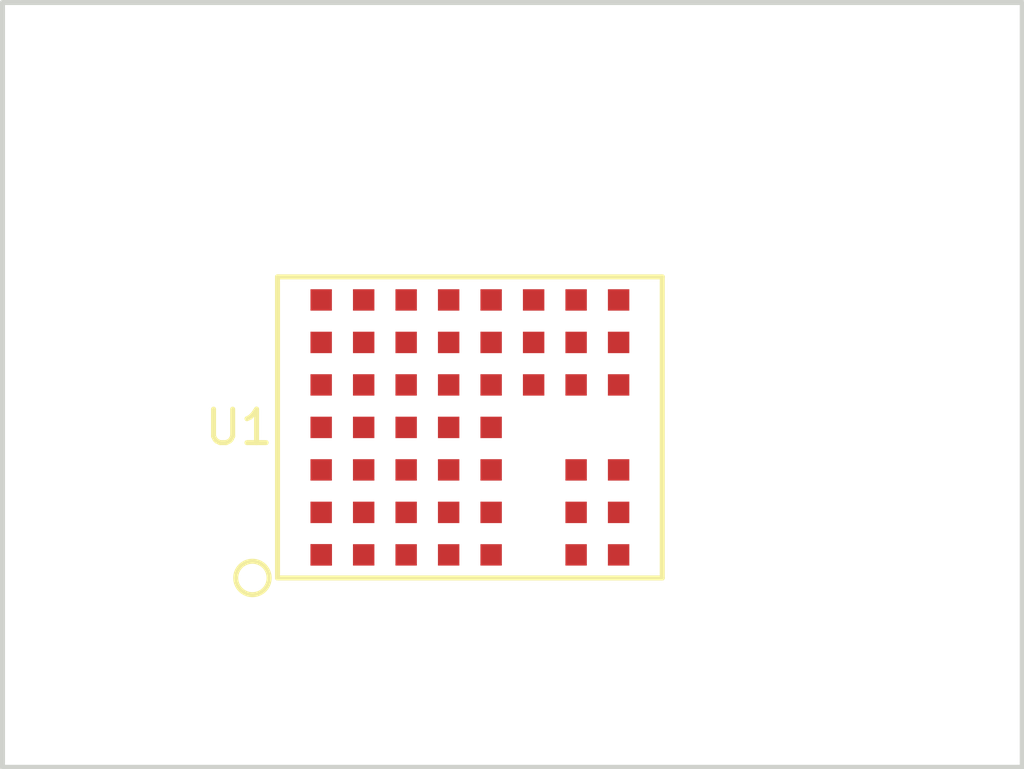
<source format=kicad_pcb>
(kicad_pcb (version 4) (host pcbnew 4.0.7)

  (general
    (links 0)
    (no_connects 0)
    (area 15.164999 17.704999 45.795001 40.715001)
    (thickness 1.6)
    (drawings 4)
    (tracks 0)
    (zones 0)
    (modules 1)
    (nets 1)
  )

  (page A4)
  (layers
    (0 F.Cu signal)
    (31 B.Cu signal)
    (32 B.Adhes user)
    (33 F.Adhes user)
    (34 B.Paste user)
    (35 F.Paste user)
    (36 B.SilkS user)
    (37 F.SilkS user)
    (38 B.Mask user)
    (39 F.Mask user)
    (40 Dwgs.User user)
    (41 Cmts.User user)
    (42 Eco1.User user)
    (43 Eco2.User user)
    (44 Edge.Cuts user)
    (45 Margin user)
    (46 B.CrtYd user)
    (47 F.CrtYd user)
    (48 B.Fab user)
    (49 F.Fab user)
  )

  (setup
    (last_trace_width 0.25)
    (trace_clearance 0.2)
    (zone_clearance 0.508)
    (zone_45_only no)
    (trace_min 0.2)
    (segment_width 0.2)
    (edge_width 0.15)
    (via_size 0.6)
    (via_drill 0.4)
    (via_min_size 0.4)
    (via_min_drill 0.3)
    (uvia_size 0.3)
    (uvia_drill 0.1)
    (uvias_allowed no)
    (uvia_min_size 0.2)
    (uvia_min_drill 0.1)
    (pcb_text_width 0.3)
    (pcb_text_size 1.5 1.5)
    (mod_edge_width 0.15)
    (mod_text_size 1 1)
    (mod_text_width 0.15)
    (pad_size 1.524 1.524)
    (pad_drill 0.762)
    (pad_to_mask_clearance 0.2)
    (aux_axis_origin 0 0)
    (visible_elements FFFFFF7F)
    (pcbplotparams
      (layerselection 0x00008_00000000)
      (usegerberextensions false)
      (excludeedgelayer true)
      (linewidth 0.100000)
      (plotframeref false)
      (viasonmask false)
      (mode 1)
      (useauxorigin false)
      (hpglpennumber 1)
      (hpglpenspeed 20)
      (hpglpendiameter 15)
      (hpglpenoverlay 2)
      (psnegative false)
      (psa4output false)
      (plotreference true)
      (plotvalue true)
      (plotinvisibletext false)
      (padsonsilk false)
      (subtractmaskfromsilk false)
      (outputformat 1)
      (mirror false)
      (drillshape 0)
      (scaleselection 1)
      (outputdirectory ""))
  )

  (net 0 "")

  (net_class Default "This is the default net class."
    (clearance 0.2)
    (trace_width 0.25)
    (via_dia 0.6)
    (via_drill 0.4)
    (uvia_dia 0.3)
    (uvia_drill 0.1)
  )

  (module "LTM8022 repair stencil:LGA-50" (layer F.Cu) (tedit 59A6D994) (tstamp 5AA1C020)
    (at 29.21 30.48)
    (fp_text reference U1 (at -6.9 0) (layer F.SilkS)
      (effects (font (size 1 1) (thickness 0.15)))
    )
    (fp_text value LTM8022 (at -8.9 -1.5) (layer F.Fab)
      (effects (font (size 1 1) (thickness 0.15)))
    )
    (fp_circle (center -6.5 4.5) (end -7 4.5) (layer F.SilkS) (width 0.15))
    (fp_line (start -5.75 -4.5) (end 5.75 -4.5) (layer F.SilkS) (width 0.15))
    (fp_line (start 5.75 -4.5) (end 5.75 4.5) (layer F.SilkS) (width 0.15))
    (fp_line (start 5.75 4.5) (end -5.75 4.5) (layer F.SilkS) (width 0.15))
    (fp_line (start -5.75 4.5) (end -5.75 -4.5) (layer F.SilkS) (width 0.15))
    (pad H7 smd rect (at 4.445 -3.81) (size 0.64 0.64) (layers F.Cu F.Paste F.Mask))
    (pad G7 smd rect (at 3.175 -3.81) (size 0.64 0.64) (layers F.Cu F.Paste F.Mask))
    (pad F7 smd rect (at 1.905 -3.81) (size 0.64 0.64) (layers F.Cu F.Paste F.Mask))
    (pad E1 smd rect (at 0.635 -3.81) (size 0.64 0.64) (layers F.Cu F.Paste F.Mask))
    (pad E1 smd rect (at -0.635 -3.81) (size 0.64 0.64) (layers F.Cu F.Paste F.Mask))
    (pad E1 smd rect (at -1.905 -3.81) (size 0.64 0.64) (layers F.Cu F.Paste F.Mask))
    (pad E1 smd rect (at -3.175 -3.81) (size 0.64 0.64) (layers F.Cu F.Paste F.Mask))
    (pad E1 smd rect (at -4.445 -3.81) (size 0.64 0.64) (layers F.Cu F.Paste F.Mask))
    (pad H6 smd rect (at 4.445 -2.54) (size 0.64 0.64) (layers F.Cu F.Paste F.Mask))
    (pad G6 smd rect (at 3.175 -2.54) (size 0.64 0.64) (layers F.Cu F.Paste F.Mask))
    (pad E1 smd rect (at 1.905 -2.54) (size 0.64 0.64) (layers F.Cu F.Paste F.Mask))
    (pad E1 smd rect (at 0.635 -2.54) (size 0.64 0.64) (layers F.Cu F.Paste F.Mask))
    (pad E1 smd rect (at -0.635 -2.54) (size 0.64 0.64) (layers F.Cu F.Paste F.Mask))
    (pad E1 smd rect (at -1.905 -2.54) (size 0.64 0.64) (layers F.Cu F.Paste F.Mask))
    (pad E1 smd rect (at -3.175 -2.54) (size 0.64 0.64) (layers F.Cu F.Paste F.Mask))
    (pad E1 smd rect (at -4.445 -2.54) (size 0.64 0.64) (layers F.Cu F.Paste F.Mask))
    (pad H5 smd rect (at 4.445 -1.27) (size 0.64 0.64) (layers F.Cu F.Paste F.Mask))
    (pad G5 smd rect (at 3.175 -1.27) (size 0.64 0.64) (layers F.Cu F.Paste F.Mask))
    (pad F5 smd rect (at 1.905 -1.27) (size 0.64 0.64) (layers F.Cu F.Paste F.Mask))
    (pad E1 smd rect (at 0.635 -1.27) (size 0.64 0.64) (layers F.Cu F.Paste F.Mask))
    (pad E1 smd rect (at -0.635 -1.27) (size 0.64 0.64) (layers F.Cu F.Paste F.Mask))
    (pad E1 smd rect (at -1.905 -1.27) (size 0.64 0.64) (layers F.Cu F.Paste F.Mask))
    (pad E1 smd rect (at -3.175 -1.27) (size 0.64 0.64) (layers F.Cu F.Paste F.Mask))
    (pad E1 smd rect (at -4.445 -1.27) (size 0.64 0.64) (layers F.Cu F.Paste F.Mask))
    (pad E1 smd rect (at 0.635 0) (size 0.64 0.64) (layers F.Cu F.Paste F.Mask))
    (pad E1 smd rect (at -0.635 0) (size 0.64 0.64) (layers F.Cu F.Paste F.Mask))
    (pad A1 smd rect (at -1.905 0) (size 0.64 0.64) (layers F.Cu F.Paste F.Mask))
    (pad A1 smd rect (at -3.175 0) (size 0.64 0.64) (layers F.Cu F.Paste F.Mask))
    (pad A1 smd rect (at -4.445 0) (size 0.64 0.64) (layers F.Cu F.Paste F.Mask))
    (pad H1 smd rect (at 4.445 1.27) (size 0.64 0.64) (layers F.Cu F.Paste F.Mask))
    (pad H1 smd rect (at 3.175 1.27) (size 0.64 0.64) (layers F.Cu F.Paste F.Mask))
    (pad E1 smd rect (at 0.635 1.27) (size 0.64 0.64) (layers F.Cu F.Paste F.Mask))
    (pad E1 smd rect (at -0.635 1.27) (size 0.64 0.64) (layers F.Cu F.Paste F.Mask))
    (pad A1 smd rect (at -1.905 1.27) (size 0.64 0.64) (layers F.Cu F.Paste F.Mask))
    (pad A1 smd rect (at -3.175 1.27) (size 0.64 0.64) (layers F.Cu F.Paste F.Mask))
    (pad A1 smd rect (at -4.445 1.27) (size 0.64 0.64) (layers F.Cu F.Paste F.Mask))
    (pad H1 smd rect (at 3.175 2.54) (size 0.64 0.64) (layers F.Cu F.Paste F.Mask))
    (pad E1 smd rect (at -0.635 2.54) (size 0.64 0.64) (layers F.Cu F.Paste F.Mask))
    (pad E1 smd rect (at 0.635 2.54) (size 0.64 0.64) (layers F.Cu F.Paste F.Mask))
    (pad H1 smd rect (at 4.445 3.81) (size 0.64 0.64) (layers F.Cu F.Paste F.Mask))
    (pad H1 smd rect (at 4.445 2.54) (size 0.64 0.64) (layers F.Cu F.Paste F.Mask))
    (pad H1 smd rect (at 3.175 3.81) (size 0.64 0.64) (layers F.Cu F.Paste F.Mask))
    (pad E1 smd rect (at 0.635 3.81) (size 0.64 0.64) (layers F.Cu F.Paste F.Mask))
    (pad A1 smd rect (at -4.445 3.81) (size 0.64 0.64) (layers F.Cu F.Paste F.Mask))
    (pad A1 smd rect (at -3.175 3.81) (size 0.64 0.64) (layers F.Cu F.Paste F.Mask))
    (pad A1 smd rect (at -1.905 3.81) (size 0.64 0.64) (layers F.Cu F.Paste F.Mask))
    (pad E1 smd rect (at -0.635 3.81) (size 0.64 0.64) (layers F.Cu F.Paste F.Mask))
    (pad A1 smd rect (at -1.905 2.54) (size 0.64 0.64) (layers F.Cu F.Paste F.Mask))
    (pad A1 smd rect (at -3.175 2.54) (size 0.64 0.64) (layers F.Cu F.Paste F.Mask))
    (pad A1 smd rect (at -4.445 2.54) (size 0.64 0.64) (layers F.Cu F.Paste F.Mask))
    (pad A1 smd rect (at -4.445 3.81) (size 0.64 0.64) (layers F.Cu F.Paste F.Mask))
  )

  (gr_line (start 45.72 17.78) (end 15.24 17.78) (angle 90) (layer Edge.Cuts) (width 0.15))
  (gr_line (start 45.72 40.64) (end 45.72 17.78) (angle 90) (layer Edge.Cuts) (width 0.15))
  (gr_line (start 15.24 40.64) (end 45.72 40.64) (angle 90) (layer Edge.Cuts) (width 0.15))
  (gr_line (start 15.24 17.78) (end 15.24 40.64) (angle 90) (layer Edge.Cuts) (width 0.15))

)

</source>
